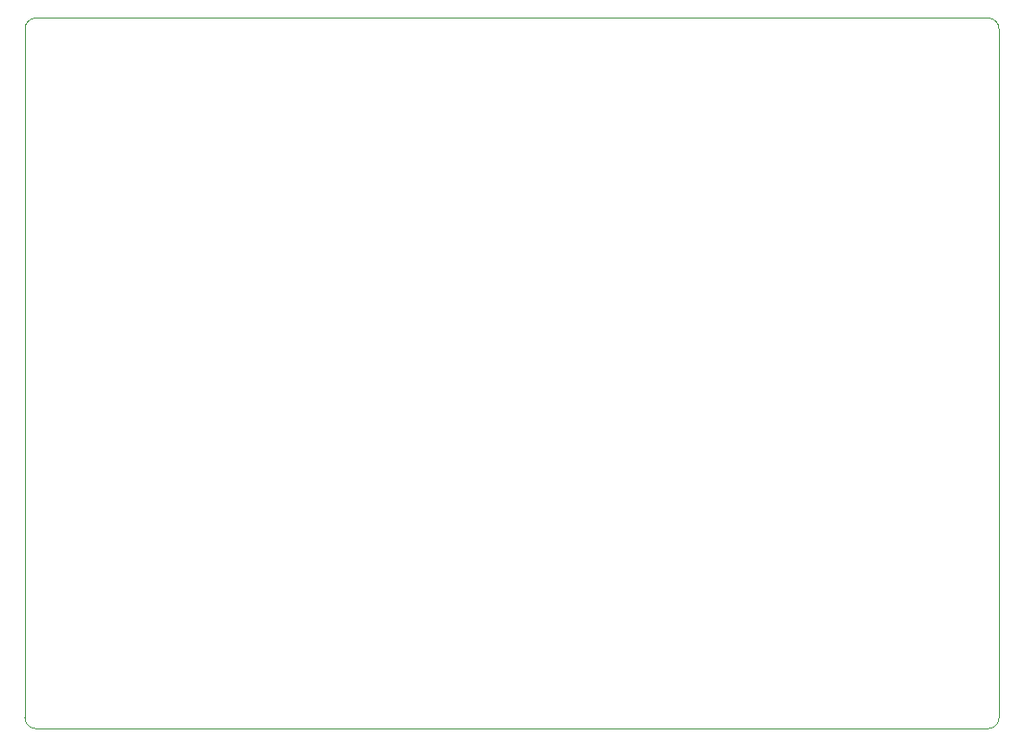
<source format=gm1>
%TF.GenerationSoftware,KiCad,Pcbnew,8.0.1*%
%TF.CreationDate,2024-04-14T19:48:45+02:00*%
%TF.ProjectId,start_1,73746172-745f-4312-9e6b-696361645f70,rev?*%
%TF.SameCoordinates,Original*%
%TF.FileFunction,Profile,NP*%
%FSLAX46Y46*%
G04 Gerber Fmt 4.6, Leading zero omitted, Abs format (unit mm)*
G04 Created by KiCad (PCBNEW 8.0.1) date 2024-04-14 19:48:45*
%MOMM*%
%LPD*%
G01*
G04 APERTURE LIST*
%TA.AperFunction,Profile*%
%ADD10C,0.100000*%
%TD*%
G04 APERTURE END LIST*
D10*
X144000000Y-222000000D02*
G75*
G02*
X143000000Y-221000000I0J1000000D01*
G01*
X231000000Y-222000000D02*
X144000000Y-222000000D01*
X232000000Y-221000000D02*
G75*
G02*
X231000000Y-222000000I-1000000J0D01*
G01*
X143000000Y-158000000D02*
G75*
G02*
X144000000Y-157000000I1000000J0D01*
G01*
X232000000Y-158000000D02*
X232000000Y-221000000D01*
X231000000Y-157000000D02*
G75*
G02*
X232000000Y-158000000I0J-1000000D01*
G01*
X143000000Y-221000000D02*
X143000000Y-158000000D01*
X144000000Y-157000000D02*
X231000000Y-157000000D01*
M02*

</source>
